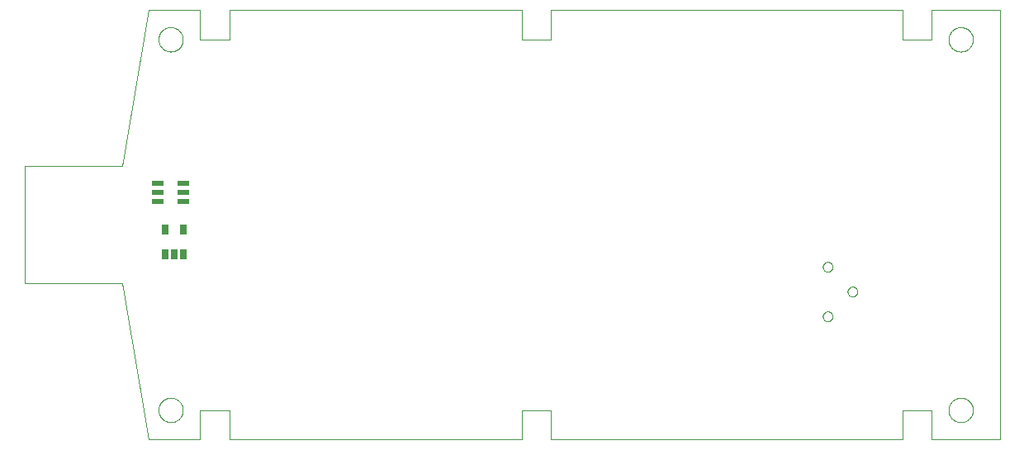
<source format=gbp>
G75*
%MOIN*%
%OFA0B0*%
%FSLAX25Y25*%
%IPPOS*%
%LPD*%
%AMOC8*
5,1,8,0,0,1.08239X$1,22.5*
%
%ADD10C,0.00000*%
%ADD11R,0.04724X0.02165*%
%ADD12R,0.02717X0.03898*%
D10*
X0061333Y0001000D02*
X0082199Y0001000D01*
X0082199Y0012811D01*
X0094010Y0012811D01*
X0094010Y0001000D01*
X0212121Y0001000D01*
X0212121Y0012811D01*
X0223932Y0012811D01*
X0223932Y0001000D01*
X0365664Y0001000D01*
X0365664Y0012811D01*
X0377475Y0012811D01*
X0377475Y0001000D01*
X0405034Y0001000D01*
X0405034Y0174228D01*
X0377475Y0174228D01*
X0377475Y0162417D01*
X0365664Y0162417D01*
X0365664Y0174228D01*
X0223932Y0174228D01*
X0223932Y0162417D01*
X0212121Y0162417D01*
X0212121Y0174228D01*
X0094010Y0174228D01*
X0094010Y0162417D01*
X0082199Y0162417D01*
X0082199Y0174228D01*
X0061333Y0174228D01*
X0050703Y0111236D01*
X0011333Y0111236D01*
X0011333Y0063992D01*
X0050703Y0063992D01*
X0061333Y0001000D01*
X0065467Y0012811D02*
X0065469Y0012951D01*
X0065475Y0013091D01*
X0065485Y0013230D01*
X0065499Y0013369D01*
X0065517Y0013508D01*
X0065538Y0013646D01*
X0065564Y0013784D01*
X0065594Y0013921D01*
X0065627Y0014056D01*
X0065665Y0014191D01*
X0065706Y0014325D01*
X0065751Y0014458D01*
X0065799Y0014589D01*
X0065852Y0014718D01*
X0065908Y0014847D01*
X0065967Y0014973D01*
X0066031Y0015098D01*
X0066097Y0015221D01*
X0066168Y0015342D01*
X0066241Y0015461D01*
X0066318Y0015578D01*
X0066399Y0015692D01*
X0066482Y0015804D01*
X0066569Y0015914D01*
X0066659Y0016022D01*
X0066751Y0016126D01*
X0066847Y0016228D01*
X0066946Y0016328D01*
X0067047Y0016424D01*
X0067151Y0016518D01*
X0067258Y0016608D01*
X0067367Y0016695D01*
X0067479Y0016780D01*
X0067593Y0016861D01*
X0067709Y0016939D01*
X0067827Y0017013D01*
X0067948Y0017084D01*
X0068070Y0017152D01*
X0068195Y0017216D01*
X0068321Y0017277D01*
X0068448Y0017334D01*
X0068578Y0017387D01*
X0068709Y0017437D01*
X0068841Y0017482D01*
X0068974Y0017525D01*
X0069109Y0017563D01*
X0069244Y0017597D01*
X0069381Y0017628D01*
X0069518Y0017655D01*
X0069656Y0017677D01*
X0069795Y0017696D01*
X0069934Y0017711D01*
X0070073Y0017722D01*
X0070213Y0017729D01*
X0070353Y0017732D01*
X0070493Y0017731D01*
X0070633Y0017726D01*
X0070772Y0017717D01*
X0070912Y0017704D01*
X0071051Y0017687D01*
X0071189Y0017666D01*
X0071327Y0017642D01*
X0071464Y0017613D01*
X0071600Y0017581D01*
X0071735Y0017544D01*
X0071869Y0017504D01*
X0072002Y0017460D01*
X0072133Y0017412D01*
X0072263Y0017361D01*
X0072392Y0017306D01*
X0072519Y0017247D01*
X0072644Y0017184D01*
X0072767Y0017119D01*
X0072889Y0017049D01*
X0073008Y0016976D01*
X0073126Y0016900D01*
X0073241Y0016821D01*
X0073354Y0016738D01*
X0073464Y0016652D01*
X0073572Y0016563D01*
X0073677Y0016471D01*
X0073780Y0016376D01*
X0073880Y0016278D01*
X0073977Y0016178D01*
X0074071Y0016074D01*
X0074163Y0015968D01*
X0074251Y0015860D01*
X0074336Y0015749D01*
X0074418Y0015635D01*
X0074497Y0015519D01*
X0074572Y0015402D01*
X0074644Y0015282D01*
X0074712Y0015160D01*
X0074777Y0015036D01*
X0074839Y0014910D01*
X0074897Y0014783D01*
X0074951Y0014654D01*
X0075002Y0014523D01*
X0075048Y0014391D01*
X0075091Y0014258D01*
X0075131Y0014124D01*
X0075166Y0013989D01*
X0075198Y0013852D01*
X0075225Y0013715D01*
X0075249Y0013577D01*
X0075269Y0013439D01*
X0075285Y0013300D01*
X0075297Y0013160D01*
X0075305Y0013021D01*
X0075309Y0012881D01*
X0075309Y0012741D01*
X0075305Y0012601D01*
X0075297Y0012462D01*
X0075285Y0012322D01*
X0075269Y0012183D01*
X0075249Y0012045D01*
X0075225Y0011907D01*
X0075198Y0011770D01*
X0075166Y0011633D01*
X0075131Y0011498D01*
X0075091Y0011364D01*
X0075048Y0011231D01*
X0075002Y0011099D01*
X0074951Y0010968D01*
X0074897Y0010839D01*
X0074839Y0010712D01*
X0074777Y0010586D01*
X0074712Y0010462D01*
X0074644Y0010340D01*
X0074572Y0010220D01*
X0074497Y0010103D01*
X0074418Y0009987D01*
X0074336Y0009873D01*
X0074251Y0009762D01*
X0074163Y0009654D01*
X0074071Y0009548D01*
X0073977Y0009444D01*
X0073880Y0009344D01*
X0073780Y0009246D01*
X0073677Y0009151D01*
X0073572Y0009059D01*
X0073464Y0008970D01*
X0073354Y0008884D01*
X0073241Y0008801D01*
X0073126Y0008722D01*
X0073008Y0008646D01*
X0072889Y0008573D01*
X0072767Y0008503D01*
X0072644Y0008438D01*
X0072519Y0008375D01*
X0072392Y0008316D01*
X0072263Y0008261D01*
X0072133Y0008210D01*
X0072002Y0008162D01*
X0071869Y0008118D01*
X0071735Y0008078D01*
X0071600Y0008041D01*
X0071464Y0008009D01*
X0071327Y0007980D01*
X0071189Y0007956D01*
X0071051Y0007935D01*
X0070912Y0007918D01*
X0070772Y0007905D01*
X0070633Y0007896D01*
X0070493Y0007891D01*
X0070353Y0007890D01*
X0070213Y0007893D01*
X0070073Y0007900D01*
X0069934Y0007911D01*
X0069795Y0007926D01*
X0069656Y0007945D01*
X0069518Y0007967D01*
X0069381Y0007994D01*
X0069244Y0008025D01*
X0069109Y0008059D01*
X0068974Y0008097D01*
X0068841Y0008140D01*
X0068709Y0008185D01*
X0068578Y0008235D01*
X0068448Y0008288D01*
X0068321Y0008345D01*
X0068195Y0008406D01*
X0068070Y0008470D01*
X0067948Y0008538D01*
X0067827Y0008609D01*
X0067709Y0008683D01*
X0067593Y0008761D01*
X0067479Y0008842D01*
X0067367Y0008927D01*
X0067258Y0009014D01*
X0067151Y0009104D01*
X0067047Y0009198D01*
X0066946Y0009294D01*
X0066847Y0009394D01*
X0066751Y0009496D01*
X0066659Y0009600D01*
X0066569Y0009708D01*
X0066482Y0009818D01*
X0066399Y0009930D01*
X0066318Y0010044D01*
X0066241Y0010161D01*
X0066168Y0010280D01*
X0066097Y0010401D01*
X0066031Y0010524D01*
X0065967Y0010649D01*
X0065908Y0010775D01*
X0065852Y0010904D01*
X0065799Y0011033D01*
X0065751Y0011164D01*
X0065706Y0011297D01*
X0065665Y0011431D01*
X0065627Y0011566D01*
X0065594Y0011701D01*
X0065564Y0011838D01*
X0065538Y0011976D01*
X0065517Y0012114D01*
X0065499Y0012253D01*
X0065485Y0012392D01*
X0065475Y0012531D01*
X0065469Y0012671D01*
X0065467Y0012811D01*
X0333616Y0050606D02*
X0333618Y0050694D01*
X0333624Y0050782D01*
X0333634Y0050870D01*
X0333648Y0050958D01*
X0333665Y0051044D01*
X0333687Y0051130D01*
X0333712Y0051214D01*
X0333742Y0051298D01*
X0333774Y0051380D01*
X0333811Y0051460D01*
X0333851Y0051539D01*
X0333895Y0051616D01*
X0333942Y0051691D01*
X0333992Y0051763D01*
X0334046Y0051834D01*
X0334102Y0051901D01*
X0334162Y0051967D01*
X0334224Y0052029D01*
X0334290Y0052089D01*
X0334357Y0052145D01*
X0334428Y0052199D01*
X0334500Y0052249D01*
X0334575Y0052296D01*
X0334652Y0052340D01*
X0334731Y0052380D01*
X0334811Y0052417D01*
X0334893Y0052449D01*
X0334977Y0052479D01*
X0335061Y0052504D01*
X0335147Y0052526D01*
X0335233Y0052543D01*
X0335321Y0052557D01*
X0335409Y0052567D01*
X0335497Y0052573D01*
X0335585Y0052575D01*
X0335673Y0052573D01*
X0335761Y0052567D01*
X0335849Y0052557D01*
X0335937Y0052543D01*
X0336023Y0052526D01*
X0336109Y0052504D01*
X0336193Y0052479D01*
X0336277Y0052449D01*
X0336359Y0052417D01*
X0336439Y0052380D01*
X0336518Y0052340D01*
X0336595Y0052296D01*
X0336670Y0052249D01*
X0336742Y0052199D01*
X0336813Y0052145D01*
X0336880Y0052089D01*
X0336946Y0052029D01*
X0337008Y0051967D01*
X0337068Y0051901D01*
X0337124Y0051834D01*
X0337178Y0051763D01*
X0337228Y0051691D01*
X0337275Y0051616D01*
X0337319Y0051539D01*
X0337359Y0051460D01*
X0337396Y0051380D01*
X0337428Y0051298D01*
X0337458Y0051214D01*
X0337483Y0051130D01*
X0337505Y0051044D01*
X0337522Y0050958D01*
X0337536Y0050870D01*
X0337546Y0050782D01*
X0337552Y0050694D01*
X0337554Y0050606D01*
X0337552Y0050518D01*
X0337546Y0050430D01*
X0337536Y0050342D01*
X0337522Y0050254D01*
X0337505Y0050168D01*
X0337483Y0050082D01*
X0337458Y0049998D01*
X0337428Y0049914D01*
X0337396Y0049832D01*
X0337359Y0049752D01*
X0337319Y0049673D01*
X0337275Y0049596D01*
X0337228Y0049521D01*
X0337178Y0049449D01*
X0337124Y0049378D01*
X0337068Y0049311D01*
X0337008Y0049245D01*
X0336946Y0049183D01*
X0336880Y0049123D01*
X0336813Y0049067D01*
X0336742Y0049013D01*
X0336670Y0048963D01*
X0336595Y0048916D01*
X0336518Y0048872D01*
X0336439Y0048832D01*
X0336359Y0048795D01*
X0336277Y0048763D01*
X0336193Y0048733D01*
X0336109Y0048708D01*
X0336023Y0048686D01*
X0335937Y0048669D01*
X0335849Y0048655D01*
X0335761Y0048645D01*
X0335673Y0048639D01*
X0335585Y0048637D01*
X0335497Y0048639D01*
X0335409Y0048645D01*
X0335321Y0048655D01*
X0335233Y0048669D01*
X0335147Y0048686D01*
X0335061Y0048708D01*
X0334977Y0048733D01*
X0334893Y0048763D01*
X0334811Y0048795D01*
X0334731Y0048832D01*
X0334652Y0048872D01*
X0334575Y0048916D01*
X0334500Y0048963D01*
X0334428Y0049013D01*
X0334357Y0049067D01*
X0334290Y0049123D01*
X0334224Y0049183D01*
X0334162Y0049245D01*
X0334102Y0049311D01*
X0334046Y0049378D01*
X0333992Y0049449D01*
X0333942Y0049521D01*
X0333895Y0049596D01*
X0333851Y0049673D01*
X0333811Y0049752D01*
X0333774Y0049832D01*
X0333742Y0049914D01*
X0333712Y0049998D01*
X0333687Y0050082D01*
X0333665Y0050168D01*
X0333648Y0050254D01*
X0333634Y0050342D01*
X0333624Y0050430D01*
X0333618Y0050518D01*
X0333616Y0050606D01*
X0343616Y0060606D02*
X0343618Y0060694D01*
X0343624Y0060782D01*
X0343634Y0060870D01*
X0343648Y0060958D01*
X0343665Y0061044D01*
X0343687Y0061130D01*
X0343712Y0061214D01*
X0343742Y0061298D01*
X0343774Y0061380D01*
X0343811Y0061460D01*
X0343851Y0061539D01*
X0343895Y0061616D01*
X0343942Y0061691D01*
X0343992Y0061763D01*
X0344046Y0061834D01*
X0344102Y0061901D01*
X0344162Y0061967D01*
X0344224Y0062029D01*
X0344290Y0062089D01*
X0344357Y0062145D01*
X0344428Y0062199D01*
X0344500Y0062249D01*
X0344575Y0062296D01*
X0344652Y0062340D01*
X0344731Y0062380D01*
X0344811Y0062417D01*
X0344893Y0062449D01*
X0344977Y0062479D01*
X0345061Y0062504D01*
X0345147Y0062526D01*
X0345233Y0062543D01*
X0345321Y0062557D01*
X0345409Y0062567D01*
X0345497Y0062573D01*
X0345585Y0062575D01*
X0345673Y0062573D01*
X0345761Y0062567D01*
X0345849Y0062557D01*
X0345937Y0062543D01*
X0346023Y0062526D01*
X0346109Y0062504D01*
X0346193Y0062479D01*
X0346277Y0062449D01*
X0346359Y0062417D01*
X0346439Y0062380D01*
X0346518Y0062340D01*
X0346595Y0062296D01*
X0346670Y0062249D01*
X0346742Y0062199D01*
X0346813Y0062145D01*
X0346880Y0062089D01*
X0346946Y0062029D01*
X0347008Y0061967D01*
X0347068Y0061901D01*
X0347124Y0061834D01*
X0347178Y0061763D01*
X0347228Y0061691D01*
X0347275Y0061616D01*
X0347319Y0061539D01*
X0347359Y0061460D01*
X0347396Y0061380D01*
X0347428Y0061298D01*
X0347458Y0061214D01*
X0347483Y0061130D01*
X0347505Y0061044D01*
X0347522Y0060958D01*
X0347536Y0060870D01*
X0347546Y0060782D01*
X0347552Y0060694D01*
X0347554Y0060606D01*
X0347552Y0060518D01*
X0347546Y0060430D01*
X0347536Y0060342D01*
X0347522Y0060254D01*
X0347505Y0060168D01*
X0347483Y0060082D01*
X0347458Y0059998D01*
X0347428Y0059914D01*
X0347396Y0059832D01*
X0347359Y0059752D01*
X0347319Y0059673D01*
X0347275Y0059596D01*
X0347228Y0059521D01*
X0347178Y0059449D01*
X0347124Y0059378D01*
X0347068Y0059311D01*
X0347008Y0059245D01*
X0346946Y0059183D01*
X0346880Y0059123D01*
X0346813Y0059067D01*
X0346742Y0059013D01*
X0346670Y0058963D01*
X0346595Y0058916D01*
X0346518Y0058872D01*
X0346439Y0058832D01*
X0346359Y0058795D01*
X0346277Y0058763D01*
X0346193Y0058733D01*
X0346109Y0058708D01*
X0346023Y0058686D01*
X0345937Y0058669D01*
X0345849Y0058655D01*
X0345761Y0058645D01*
X0345673Y0058639D01*
X0345585Y0058637D01*
X0345497Y0058639D01*
X0345409Y0058645D01*
X0345321Y0058655D01*
X0345233Y0058669D01*
X0345147Y0058686D01*
X0345061Y0058708D01*
X0344977Y0058733D01*
X0344893Y0058763D01*
X0344811Y0058795D01*
X0344731Y0058832D01*
X0344652Y0058872D01*
X0344575Y0058916D01*
X0344500Y0058963D01*
X0344428Y0059013D01*
X0344357Y0059067D01*
X0344290Y0059123D01*
X0344224Y0059183D01*
X0344162Y0059245D01*
X0344102Y0059311D01*
X0344046Y0059378D01*
X0343992Y0059449D01*
X0343942Y0059521D01*
X0343895Y0059596D01*
X0343851Y0059673D01*
X0343811Y0059752D01*
X0343774Y0059832D01*
X0343742Y0059914D01*
X0343712Y0059998D01*
X0343687Y0060082D01*
X0343665Y0060168D01*
X0343648Y0060254D01*
X0343634Y0060342D01*
X0343624Y0060430D01*
X0343618Y0060518D01*
X0343616Y0060606D01*
X0333616Y0070606D02*
X0333618Y0070694D01*
X0333624Y0070782D01*
X0333634Y0070870D01*
X0333648Y0070958D01*
X0333665Y0071044D01*
X0333687Y0071130D01*
X0333712Y0071214D01*
X0333742Y0071298D01*
X0333774Y0071380D01*
X0333811Y0071460D01*
X0333851Y0071539D01*
X0333895Y0071616D01*
X0333942Y0071691D01*
X0333992Y0071763D01*
X0334046Y0071834D01*
X0334102Y0071901D01*
X0334162Y0071967D01*
X0334224Y0072029D01*
X0334290Y0072089D01*
X0334357Y0072145D01*
X0334428Y0072199D01*
X0334500Y0072249D01*
X0334575Y0072296D01*
X0334652Y0072340D01*
X0334731Y0072380D01*
X0334811Y0072417D01*
X0334893Y0072449D01*
X0334977Y0072479D01*
X0335061Y0072504D01*
X0335147Y0072526D01*
X0335233Y0072543D01*
X0335321Y0072557D01*
X0335409Y0072567D01*
X0335497Y0072573D01*
X0335585Y0072575D01*
X0335673Y0072573D01*
X0335761Y0072567D01*
X0335849Y0072557D01*
X0335937Y0072543D01*
X0336023Y0072526D01*
X0336109Y0072504D01*
X0336193Y0072479D01*
X0336277Y0072449D01*
X0336359Y0072417D01*
X0336439Y0072380D01*
X0336518Y0072340D01*
X0336595Y0072296D01*
X0336670Y0072249D01*
X0336742Y0072199D01*
X0336813Y0072145D01*
X0336880Y0072089D01*
X0336946Y0072029D01*
X0337008Y0071967D01*
X0337068Y0071901D01*
X0337124Y0071834D01*
X0337178Y0071763D01*
X0337228Y0071691D01*
X0337275Y0071616D01*
X0337319Y0071539D01*
X0337359Y0071460D01*
X0337396Y0071380D01*
X0337428Y0071298D01*
X0337458Y0071214D01*
X0337483Y0071130D01*
X0337505Y0071044D01*
X0337522Y0070958D01*
X0337536Y0070870D01*
X0337546Y0070782D01*
X0337552Y0070694D01*
X0337554Y0070606D01*
X0337552Y0070518D01*
X0337546Y0070430D01*
X0337536Y0070342D01*
X0337522Y0070254D01*
X0337505Y0070168D01*
X0337483Y0070082D01*
X0337458Y0069998D01*
X0337428Y0069914D01*
X0337396Y0069832D01*
X0337359Y0069752D01*
X0337319Y0069673D01*
X0337275Y0069596D01*
X0337228Y0069521D01*
X0337178Y0069449D01*
X0337124Y0069378D01*
X0337068Y0069311D01*
X0337008Y0069245D01*
X0336946Y0069183D01*
X0336880Y0069123D01*
X0336813Y0069067D01*
X0336742Y0069013D01*
X0336670Y0068963D01*
X0336595Y0068916D01*
X0336518Y0068872D01*
X0336439Y0068832D01*
X0336359Y0068795D01*
X0336277Y0068763D01*
X0336193Y0068733D01*
X0336109Y0068708D01*
X0336023Y0068686D01*
X0335937Y0068669D01*
X0335849Y0068655D01*
X0335761Y0068645D01*
X0335673Y0068639D01*
X0335585Y0068637D01*
X0335497Y0068639D01*
X0335409Y0068645D01*
X0335321Y0068655D01*
X0335233Y0068669D01*
X0335147Y0068686D01*
X0335061Y0068708D01*
X0334977Y0068733D01*
X0334893Y0068763D01*
X0334811Y0068795D01*
X0334731Y0068832D01*
X0334652Y0068872D01*
X0334575Y0068916D01*
X0334500Y0068963D01*
X0334428Y0069013D01*
X0334357Y0069067D01*
X0334290Y0069123D01*
X0334224Y0069183D01*
X0334162Y0069245D01*
X0334102Y0069311D01*
X0334046Y0069378D01*
X0333992Y0069449D01*
X0333942Y0069521D01*
X0333895Y0069596D01*
X0333851Y0069673D01*
X0333811Y0069752D01*
X0333774Y0069832D01*
X0333742Y0069914D01*
X0333712Y0069998D01*
X0333687Y0070082D01*
X0333665Y0070168D01*
X0333648Y0070254D01*
X0333634Y0070342D01*
X0333624Y0070430D01*
X0333618Y0070518D01*
X0333616Y0070606D01*
X0384365Y0012811D02*
X0384367Y0012951D01*
X0384373Y0013091D01*
X0384383Y0013230D01*
X0384397Y0013369D01*
X0384415Y0013508D01*
X0384436Y0013646D01*
X0384462Y0013784D01*
X0384492Y0013921D01*
X0384525Y0014056D01*
X0384563Y0014191D01*
X0384604Y0014325D01*
X0384649Y0014458D01*
X0384697Y0014589D01*
X0384750Y0014718D01*
X0384806Y0014847D01*
X0384865Y0014973D01*
X0384929Y0015098D01*
X0384995Y0015221D01*
X0385066Y0015342D01*
X0385139Y0015461D01*
X0385216Y0015578D01*
X0385297Y0015692D01*
X0385380Y0015804D01*
X0385467Y0015914D01*
X0385557Y0016022D01*
X0385649Y0016126D01*
X0385745Y0016228D01*
X0385844Y0016328D01*
X0385945Y0016424D01*
X0386049Y0016518D01*
X0386156Y0016608D01*
X0386265Y0016695D01*
X0386377Y0016780D01*
X0386491Y0016861D01*
X0386607Y0016939D01*
X0386725Y0017013D01*
X0386846Y0017084D01*
X0386968Y0017152D01*
X0387093Y0017216D01*
X0387219Y0017277D01*
X0387346Y0017334D01*
X0387476Y0017387D01*
X0387607Y0017437D01*
X0387739Y0017482D01*
X0387872Y0017525D01*
X0388007Y0017563D01*
X0388142Y0017597D01*
X0388279Y0017628D01*
X0388416Y0017655D01*
X0388554Y0017677D01*
X0388693Y0017696D01*
X0388832Y0017711D01*
X0388971Y0017722D01*
X0389111Y0017729D01*
X0389251Y0017732D01*
X0389391Y0017731D01*
X0389531Y0017726D01*
X0389670Y0017717D01*
X0389810Y0017704D01*
X0389949Y0017687D01*
X0390087Y0017666D01*
X0390225Y0017642D01*
X0390362Y0017613D01*
X0390498Y0017581D01*
X0390633Y0017544D01*
X0390767Y0017504D01*
X0390900Y0017460D01*
X0391031Y0017412D01*
X0391161Y0017361D01*
X0391290Y0017306D01*
X0391417Y0017247D01*
X0391542Y0017184D01*
X0391665Y0017119D01*
X0391787Y0017049D01*
X0391906Y0016976D01*
X0392024Y0016900D01*
X0392139Y0016821D01*
X0392252Y0016738D01*
X0392362Y0016652D01*
X0392470Y0016563D01*
X0392575Y0016471D01*
X0392678Y0016376D01*
X0392778Y0016278D01*
X0392875Y0016178D01*
X0392969Y0016074D01*
X0393061Y0015968D01*
X0393149Y0015860D01*
X0393234Y0015749D01*
X0393316Y0015635D01*
X0393395Y0015519D01*
X0393470Y0015402D01*
X0393542Y0015282D01*
X0393610Y0015160D01*
X0393675Y0015036D01*
X0393737Y0014910D01*
X0393795Y0014783D01*
X0393849Y0014654D01*
X0393900Y0014523D01*
X0393946Y0014391D01*
X0393989Y0014258D01*
X0394029Y0014124D01*
X0394064Y0013989D01*
X0394096Y0013852D01*
X0394123Y0013715D01*
X0394147Y0013577D01*
X0394167Y0013439D01*
X0394183Y0013300D01*
X0394195Y0013160D01*
X0394203Y0013021D01*
X0394207Y0012881D01*
X0394207Y0012741D01*
X0394203Y0012601D01*
X0394195Y0012462D01*
X0394183Y0012322D01*
X0394167Y0012183D01*
X0394147Y0012045D01*
X0394123Y0011907D01*
X0394096Y0011770D01*
X0394064Y0011633D01*
X0394029Y0011498D01*
X0393989Y0011364D01*
X0393946Y0011231D01*
X0393900Y0011099D01*
X0393849Y0010968D01*
X0393795Y0010839D01*
X0393737Y0010712D01*
X0393675Y0010586D01*
X0393610Y0010462D01*
X0393542Y0010340D01*
X0393470Y0010220D01*
X0393395Y0010103D01*
X0393316Y0009987D01*
X0393234Y0009873D01*
X0393149Y0009762D01*
X0393061Y0009654D01*
X0392969Y0009548D01*
X0392875Y0009444D01*
X0392778Y0009344D01*
X0392678Y0009246D01*
X0392575Y0009151D01*
X0392470Y0009059D01*
X0392362Y0008970D01*
X0392252Y0008884D01*
X0392139Y0008801D01*
X0392024Y0008722D01*
X0391906Y0008646D01*
X0391787Y0008573D01*
X0391665Y0008503D01*
X0391542Y0008438D01*
X0391417Y0008375D01*
X0391290Y0008316D01*
X0391161Y0008261D01*
X0391031Y0008210D01*
X0390900Y0008162D01*
X0390767Y0008118D01*
X0390633Y0008078D01*
X0390498Y0008041D01*
X0390362Y0008009D01*
X0390225Y0007980D01*
X0390087Y0007956D01*
X0389949Y0007935D01*
X0389810Y0007918D01*
X0389670Y0007905D01*
X0389531Y0007896D01*
X0389391Y0007891D01*
X0389251Y0007890D01*
X0389111Y0007893D01*
X0388971Y0007900D01*
X0388832Y0007911D01*
X0388693Y0007926D01*
X0388554Y0007945D01*
X0388416Y0007967D01*
X0388279Y0007994D01*
X0388142Y0008025D01*
X0388007Y0008059D01*
X0387872Y0008097D01*
X0387739Y0008140D01*
X0387607Y0008185D01*
X0387476Y0008235D01*
X0387346Y0008288D01*
X0387219Y0008345D01*
X0387093Y0008406D01*
X0386968Y0008470D01*
X0386846Y0008538D01*
X0386725Y0008609D01*
X0386607Y0008683D01*
X0386491Y0008761D01*
X0386377Y0008842D01*
X0386265Y0008927D01*
X0386156Y0009014D01*
X0386049Y0009104D01*
X0385945Y0009198D01*
X0385844Y0009294D01*
X0385745Y0009394D01*
X0385649Y0009496D01*
X0385557Y0009600D01*
X0385467Y0009708D01*
X0385380Y0009818D01*
X0385297Y0009930D01*
X0385216Y0010044D01*
X0385139Y0010161D01*
X0385066Y0010280D01*
X0384995Y0010401D01*
X0384929Y0010524D01*
X0384865Y0010649D01*
X0384806Y0010775D01*
X0384750Y0010904D01*
X0384697Y0011033D01*
X0384649Y0011164D01*
X0384604Y0011297D01*
X0384563Y0011431D01*
X0384525Y0011566D01*
X0384492Y0011701D01*
X0384462Y0011838D01*
X0384436Y0011976D01*
X0384415Y0012114D01*
X0384397Y0012253D01*
X0384383Y0012392D01*
X0384373Y0012531D01*
X0384367Y0012671D01*
X0384365Y0012811D01*
X0384365Y0162417D02*
X0384367Y0162557D01*
X0384373Y0162697D01*
X0384383Y0162836D01*
X0384397Y0162975D01*
X0384415Y0163114D01*
X0384436Y0163252D01*
X0384462Y0163390D01*
X0384492Y0163527D01*
X0384525Y0163662D01*
X0384563Y0163797D01*
X0384604Y0163931D01*
X0384649Y0164064D01*
X0384697Y0164195D01*
X0384750Y0164324D01*
X0384806Y0164453D01*
X0384865Y0164579D01*
X0384929Y0164704D01*
X0384995Y0164827D01*
X0385066Y0164948D01*
X0385139Y0165067D01*
X0385216Y0165184D01*
X0385297Y0165298D01*
X0385380Y0165410D01*
X0385467Y0165520D01*
X0385557Y0165628D01*
X0385649Y0165732D01*
X0385745Y0165834D01*
X0385844Y0165934D01*
X0385945Y0166030D01*
X0386049Y0166124D01*
X0386156Y0166214D01*
X0386265Y0166301D01*
X0386377Y0166386D01*
X0386491Y0166467D01*
X0386607Y0166545D01*
X0386725Y0166619D01*
X0386846Y0166690D01*
X0386968Y0166758D01*
X0387093Y0166822D01*
X0387219Y0166883D01*
X0387346Y0166940D01*
X0387476Y0166993D01*
X0387607Y0167043D01*
X0387739Y0167088D01*
X0387872Y0167131D01*
X0388007Y0167169D01*
X0388142Y0167203D01*
X0388279Y0167234D01*
X0388416Y0167261D01*
X0388554Y0167283D01*
X0388693Y0167302D01*
X0388832Y0167317D01*
X0388971Y0167328D01*
X0389111Y0167335D01*
X0389251Y0167338D01*
X0389391Y0167337D01*
X0389531Y0167332D01*
X0389670Y0167323D01*
X0389810Y0167310D01*
X0389949Y0167293D01*
X0390087Y0167272D01*
X0390225Y0167248D01*
X0390362Y0167219D01*
X0390498Y0167187D01*
X0390633Y0167150D01*
X0390767Y0167110D01*
X0390900Y0167066D01*
X0391031Y0167018D01*
X0391161Y0166967D01*
X0391290Y0166912D01*
X0391417Y0166853D01*
X0391542Y0166790D01*
X0391665Y0166725D01*
X0391787Y0166655D01*
X0391906Y0166582D01*
X0392024Y0166506D01*
X0392139Y0166427D01*
X0392252Y0166344D01*
X0392362Y0166258D01*
X0392470Y0166169D01*
X0392575Y0166077D01*
X0392678Y0165982D01*
X0392778Y0165884D01*
X0392875Y0165784D01*
X0392969Y0165680D01*
X0393061Y0165574D01*
X0393149Y0165466D01*
X0393234Y0165355D01*
X0393316Y0165241D01*
X0393395Y0165125D01*
X0393470Y0165008D01*
X0393542Y0164888D01*
X0393610Y0164766D01*
X0393675Y0164642D01*
X0393737Y0164516D01*
X0393795Y0164389D01*
X0393849Y0164260D01*
X0393900Y0164129D01*
X0393946Y0163997D01*
X0393989Y0163864D01*
X0394029Y0163730D01*
X0394064Y0163595D01*
X0394096Y0163458D01*
X0394123Y0163321D01*
X0394147Y0163183D01*
X0394167Y0163045D01*
X0394183Y0162906D01*
X0394195Y0162766D01*
X0394203Y0162627D01*
X0394207Y0162487D01*
X0394207Y0162347D01*
X0394203Y0162207D01*
X0394195Y0162068D01*
X0394183Y0161928D01*
X0394167Y0161789D01*
X0394147Y0161651D01*
X0394123Y0161513D01*
X0394096Y0161376D01*
X0394064Y0161239D01*
X0394029Y0161104D01*
X0393989Y0160970D01*
X0393946Y0160837D01*
X0393900Y0160705D01*
X0393849Y0160574D01*
X0393795Y0160445D01*
X0393737Y0160318D01*
X0393675Y0160192D01*
X0393610Y0160068D01*
X0393542Y0159946D01*
X0393470Y0159826D01*
X0393395Y0159709D01*
X0393316Y0159593D01*
X0393234Y0159479D01*
X0393149Y0159368D01*
X0393061Y0159260D01*
X0392969Y0159154D01*
X0392875Y0159050D01*
X0392778Y0158950D01*
X0392678Y0158852D01*
X0392575Y0158757D01*
X0392470Y0158665D01*
X0392362Y0158576D01*
X0392252Y0158490D01*
X0392139Y0158407D01*
X0392024Y0158328D01*
X0391906Y0158252D01*
X0391787Y0158179D01*
X0391665Y0158109D01*
X0391542Y0158044D01*
X0391417Y0157981D01*
X0391290Y0157922D01*
X0391161Y0157867D01*
X0391031Y0157816D01*
X0390900Y0157768D01*
X0390767Y0157724D01*
X0390633Y0157684D01*
X0390498Y0157647D01*
X0390362Y0157615D01*
X0390225Y0157586D01*
X0390087Y0157562D01*
X0389949Y0157541D01*
X0389810Y0157524D01*
X0389670Y0157511D01*
X0389531Y0157502D01*
X0389391Y0157497D01*
X0389251Y0157496D01*
X0389111Y0157499D01*
X0388971Y0157506D01*
X0388832Y0157517D01*
X0388693Y0157532D01*
X0388554Y0157551D01*
X0388416Y0157573D01*
X0388279Y0157600D01*
X0388142Y0157631D01*
X0388007Y0157665D01*
X0387872Y0157703D01*
X0387739Y0157746D01*
X0387607Y0157791D01*
X0387476Y0157841D01*
X0387346Y0157894D01*
X0387219Y0157951D01*
X0387093Y0158012D01*
X0386968Y0158076D01*
X0386846Y0158144D01*
X0386725Y0158215D01*
X0386607Y0158289D01*
X0386491Y0158367D01*
X0386377Y0158448D01*
X0386265Y0158533D01*
X0386156Y0158620D01*
X0386049Y0158710D01*
X0385945Y0158804D01*
X0385844Y0158900D01*
X0385745Y0159000D01*
X0385649Y0159102D01*
X0385557Y0159206D01*
X0385467Y0159314D01*
X0385380Y0159424D01*
X0385297Y0159536D01*
X0385216Y0159650D01*
X0385139Y0159767D01*
X0385066Y0159886D01*
X0384995Y0160007D01*
X0384929Y0160130D01*
X0384865Y0160255D01*
X0384806Y0160381D01*
X0384750Y0160510D01*
X0384697Y0160639D01*
X0384649Y0160770D01*
X0384604Y0160903D01*
X0384563Y0161037D01*
X0384525Y0161172D01*
X0384492Y0161307D01*
X0384462Y0161444D01*
X0384436Y0161582D01*
X0384415Y0161720D01*
X0384397Y0161859D01*
X0384383Y0161998D01*
X0384373Y0162137D01*
X0384367Y0162277D01*
X0384365Y0162417D01*
X0065467Y0162417D02*
X0065469Y0162557D01*
X0065475Y0162697D01*
X0065485Y0162836D01*
X0065499Y0162975D01*
X0065517Y0163114D01*
X0065538Y0163252D01*
X0065564Y0163390D01*
X0065594Y0163527D01*
X0065627Y0163662D01*
X0065665Y0163797D01*
X0065706Y0163931D01*
X0065751Y0164064D01*
X0065799Y0164195D01*
X0065852Y0164324D01*
X0065908Y0164453D01*
X0065967Y0164579D01*
X0066031Y0164704D01*
X0066097Y0164827D01*
X0066168Y0164948D01*
X0066241Y0165067D01*
X0066318Y0165184D01*
X0066399Y0165298D01*
X0066482Y0165410D01*
X0066569Y0165520D01*
X0066659Y0165628D01*
X0066751Y0165732D01*
X0066847Y0165834D01*
X0066946Y0165934D01*
X0067047Y0166030D01*
X0067151Y0166124D01*
X0067258Y0166214D01*
X0067367Y0166301D01*
X0067479Y0166386D01*
X0067593Y0166467D01*
X0067709Y0166545D01*
X0067827Y0166619D01*
X0067948Y0166690D01*
X0068070Y0166758D01*
X0068195Y0166822D01*
X0068321Y0166883D01*
X0068448Y0166940D01*
X0068578Y0166993D01*
X0068709Y0167043D01*
X0068841Y0167088D01*
X0068974Y0167131D01*
X0069109Y0167169D01*
X0069244Y0167203D01*
X0069381Y0167234D01*
X0069518Y0167261D01*
X0069656Y0167283D01*
X0069795Y0167302D01*
X0069934Y0167317D01*
X0070073Y0167328D01*
X0070213Y0167335D01*
X0070353Y0167338D01*
X0070493Y0167337D01*
X0070633Y0167332D01*
X0070772Y0167323D01*
X0070912Y0167310D01*
X0071051Y0167293D01*
X0071189Y0167272D01*
X0071327Y0167248D01*
X0071464Y0167219D01*
X0071600Y0167187D01*
X0071735Y0167150D01*
X0071869Y0167110D01*
X0072002Y0167066D01*
X0072133Y0167018D01*
X0072263Y0166967D01*
X0072392Y0166912D01*
X0072519Y0166853D01*
X0072644Y0166790D01*
X0072767Y0166725D01*
X0072889Y0166655D01*
X0073008Y0166582D01*
X0073126Y0166506D01*
X0073241Y0166427D01*
X0073354Y0166344D01*
X0073464Y0166258D01*
X0073572Y0166169D01*
X0073677Y0166077D01*
X0073780Y0165982D01*
X0073880Y0165884D01*
X0073977Y0165784D01*
X0074071Y0165680D01*
X0074163Y0165574D01*
X0074251Y0165466D01*
X0074336Y0165355D01*
X0074418Y0165241D01*
X0074497Y0165125D01*
X0074572Y0165008D01*
X0074644Y0164888D01*
X0074712Y0164766D01*
X0074777Y0164642D01*
X0074839Y0164516D01*
X0074897Y0164389D01*
X0074951Y0164260D01*
X0075002Y0164129D01*
X0075048Y0163997D01*
X0075091Y0163864D01*
X0075131Y0163730D01*
X0075166Y0163595D01*
X0075198Y0163458D01*
X0075225Y0163321D01*
X0075249Y0163183D01*
X0075269Y0163045D01*
X0075285Y0162906D01*
X0075297Y0162766D01*
X0075305Y0162627D01*
X0075309Y0162487D01*
X0075309Y0162347D01*
X0075305Y0162207D01*
X0075297Y0162068D01*
X0075285Y0161928D01*
X0075269Y0161789D01*
X0075249Y0161651D01*
X0075225Y0161513D01*
X0075198Y0161376D01*
X0075166Y0161239D01*
X0075131Y0161104D01*
X0075091Y0160970D01*
X0075048Y0160837D01*
X0075002Y0160705D01*
X0074951Y0160574D01*
X0074897Y0160445D01*
X0074839Y0160318D01*
X0074777Y0160192D01*
X0074712Y0160068D01*
X0074644Y0159946D01*
X0074572Y0159826D01*
X0074497Y0159709D01*
X0074418Y0159593D01*
X0074336Y0159479D01*
X0074251Y0159368D01*
X0074163Y0159260D01*
X0074071Y0159154D01*
X0073977Y0159050D01*
X0073880Y0158950D01*
X0073780Y0158852D01*
X0073677Y0158757D01*
X0073572Y0158665D01*
X0073464Y0158576D01*
X0073354Y0158490D01*
X0073241Y0158407D01*
X0073126Y0158328D01*
X0073008Y0158252D01*
X0072889Y0158179D01*
X0072767Y0158109D01*
X0072644Y0158044D01*
X0072519Y0157981D01*
X0072392Y0157922D01*
X0072263Y0157867D01*
X0072133Y0157816D01*
X0072002Y0157768D01*
X0071869Y0157724D01*
X0071735Y0157684D01*
X0071600Y0157647D01*
X0071464Y0157615D01*
X0071327Y0157586D01*
X0071189Y0157562D01*
X0071051Y0157541D01*
X0070912Y0157524D01*
X0070772Y0157511D01*
X0070633Y0157502D01*
X0070493Y0157497D01*
X0070353Y0157496D01*
X0070213Y0157499D01*
X0070073Y0157506D01*
X0069934Y0157517D01*
X0069795Y0157532D01*
X0069656Y0157551D01*
X0069518Y0157573D01*
X0069381Y0157600D01*
X0069244Y0157631D01*
X0069109Y0157665D01*
X0068974Y0157703D01*
X0068841Y0157746D01*
X0068709Y0157791D01*
X0068578Y0157841D01*
X0068448Y0157894D01*
X0068321Y0157951D01*
X0068195Y0158012D01*
X0068070Y0158076D01*
X0067948Y0158144D01*
X0067827Y0158215D01*
X0067709Y0158289D01*
X0067593Y0158367D01*
X0067479Y0158448D01*
X0067367Y0158533D01*
X0067258Y0158620D01*
X0067151Y0158710D01*
X0067047Y0158804D01*
X0066946Y0158900D01*
X0066847Y0159000D01*
X0066751Y0159102D01*
X0066659Y0159206D01*
X0066569Y0159314D01*
X0066482Y0159424D01*
X0066399Y0159536D01*
X0066318Y0159650D01*
X0066241Y0159767D01*
X0066168Y0159886D01*
X0066097Y0160007D01*
X0066031Y0160130D01*
X0065967Y0160255D01*
X0065908Y0160381D01*
X0065852Y0160510D01*
X0065799Y0160639D01*
X0065751Y0160770D01*
X0065706Y0160903D01*
X0065665Y0161037D01*
X0065627Y0161172D01*
X0065594Y0161307D01*
X0065564Y0161444D01*
X0065538Y0161582D01*
X0065517Y0161720D01*
X0065499Y0161859D01*
X0065485Y0161998D01*
X0065475Y0162137D01*
X0065469Y0162277D01*
X0065467Y0162417D01*
D11*
X0065152Y0104425D03*
X0065152Y0100685D03*
X0065152Y0096945D03*
X0075389Y0096945D03*
X0075389Y0100685D03*
X0075389Y0104425D03*
D12*
X0075585Y0085803D03*
X0068105Y0085803D03*
X0068105Y0075606D03*
X0071845Y0075606D03*
X0075585Y0075606D03*
M02*

</source>
